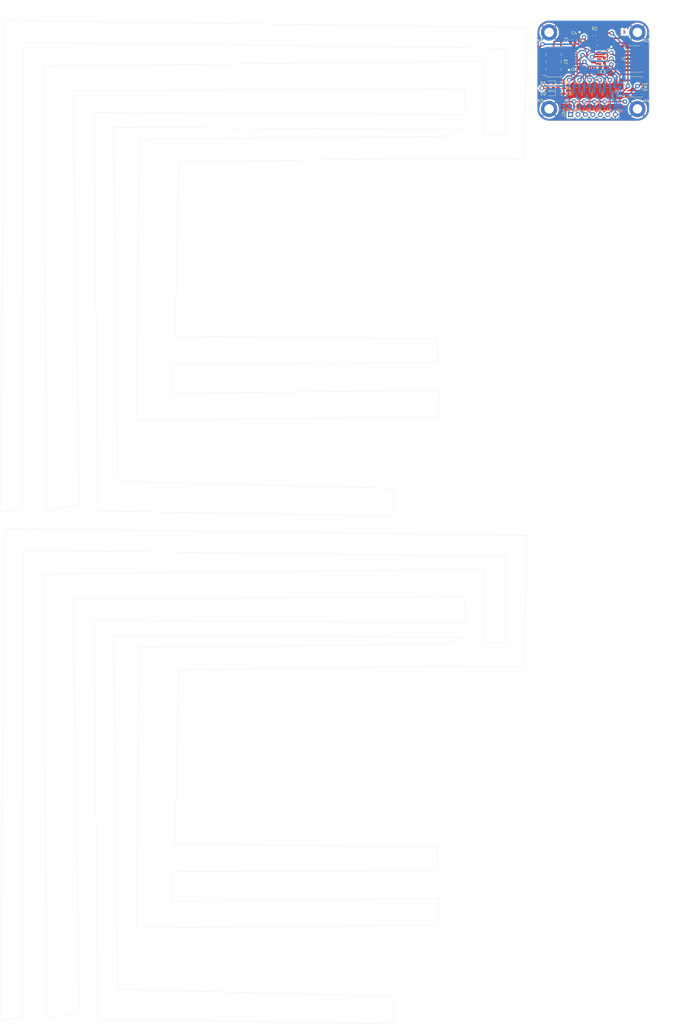
<source format=kicad_pcb>
(kicad_pcb (version 20221018) (generator pcbnew)
  (layers (0 "F.Cu" signal) (31 "B.Cu" signal) (34 "B.Paste" user) (35 "F.Paste" user) (36 "B.SilkS" user "B.Silkscreen") (37 "F.SilkS" user "F.Silkscreen") (38 "B.Mask" user) (39 "F.Mask" user) (44 "Edge.Cuts" user))
  (net 0 "")
  (net 1 "+5V-v2-")
  (net 2 "GND-v2-")
  (net 3 "+3.3V-v2-")
  (net 4 "Net-(D1-K)-v2-")
  (net 6 "Net-(D3-K)-v2-")
  (net 7 "Status_LED-v2-")
  (net 8 "Data_Clock_SNES-v2-")
  (net 9 "Data_Latch_SNES-v2-")
  (net 10 "Net-(D2-K)-v2-")
  (net 11 "Serial_Data1_SNES-v2-")
  (net 12 "Serial_Data2_SNES-v2-")
  (net 13 "SPI_Chip_Select-v2-")
  (net 14 "Chip_Enable-v2-")
  (net 15 "SPI_Digital_Input-v2-")
  (net 16 "SPI_Clock-v2-")
  (net 17 "SPI_Digital_Output-v2-")
  (net 18 "IOBit_SNES-v2-")
  (net 19 "Data_Clock_STM32-v2-")
  (net 20 "Data_Latch_STM32-v2-")
  (net 21 "Appairing_Btn-v2-")
  (net 22 "Net-(U2-BP)-v2-")
  (net 23 "SWDIO-v2-")
  (net 24 "SWDCK-v2-")
  (net 27 "NRST-v2-")
  (net 28 "USART2_RX-v2-")
  (net 29 "USART2_TX-v2-")
  (net 30 "Serial_Data1_STM32-v2-")
  (net 31 "IOBit_STM32-v2-")
  (net 32 "Serial_Data2_STM32-v2-")
  (footprint "Connector_PinSocket_2.54mm:PinSocket_2x04_P2.54mm_Vertical_SMD" (layer "F.Cu") (at 189.25 15.25 180)
    (fp_text reference "J3")
    (fp_text value "Conn_01x08_Socket")
  )
  (footprint "MountingHole:MountingHole_3.2mm_M3_DIN965_Pad" (layer "F.Cu") (at 217.75 31.25)
    (fp_text reference "H4")
    (fp_text value "MountingHole_Pad")
  )
  (footprint "Diode_SMD:D_0603_1608Metric_Pad1.05x0.95mm_HandSolder" (layer "F.Cu") (at 188.26875 24.25 180)
    (fp_text reference "D3")
    (fp_text value "LED")
  )
  (footprint "MountingHole:MountingHole_3.2mm_M3_DIN965_Pad" (layer "F.Cu") (at 187.75 31.25)
    (fp_text reference "H3")
    (fp_text value "MountingHole_Pad")
  )
  (footprint "Capacitor_SMD:C_0603_1608Metric_Pad1.08x0.95mm_HandSolder" (layer "F.Cu") (at 206.51 14.8025 90)
    (fp_text reference "C2")
    (fp_text value "100n")
  )
  (footprint "Resistor_SMD:R_0603_1608Metric_Pad0.98x0.95mm_HandSolder" (layer "F.Cu") (at 191.76875 26.05)
    (fp_text reference "R3")
    (fp_text value "1k")
  )
  (footprint "Capacitor_SMD:C_0603_1608Metric_Pad1.08x0.95mm_HandSolder" (layer "F.Cu") (at 196.55 7.75 90)
    (fp_text reference "C4")
    (fp_text value "100n")
  )
  (footprint "Resistor_SMD:R_0603_1608Metric_Pad0.98x0.95mm_HandSolder" (layer "F.Cu") (at 191.76875 22.45)
    (fp_text reference "R1")
    (fp_text value "1k")
  )
  (footprint "Connector_PinHeader_1.27mm:PinHeader_2x07_P1.27mm_Vertical_SMD" (layer "F.Cu") (at 216.75 14.25 180)
    (fp_text reference "J1")
    (fp_text value "Conn_02x07_Odd_Even")
  )
  (footprint "MountingHole:MountingHole_3.2mm_M3_DIN965_Pad" (layer "F.Cu") (at 187.75 5.25)
    (fp_text reference "H1")
    (fp_text value "MountingHole_Pad")
  )
  (footprint "Button_Switch_SMD:SW_SPST_B3S-1000" (layer "F.Cu") (at 216.25 23.75 180)
    (fp_text reference "SW1")
    (fp_text value "SW_SPST")
  )
  (footprint "Connector_PinHeader_2.54mm:PinHeader_1x07_P2.54mm_Vertical" (layer "F.Cu") (at 195 33.15 90)
    (fp_text reference "J2")
    (fp_text value "Conn_01x07_Socket")
  )
  (footprint "Package_QFP:LQFP-32_7x7mm_P0.8mm" (layer "F.Cu") (at 200.6 13.15 180)
    (fp_text reference "U1")
    (fp_text value "STM32L412KBTx")
  )
  (footprint "Resistor_SMD:R_0603_1608Metric_Pad0.98x0.95mm_HandSolder" (layer "F.Cu") (at 203.17 6.32 90)
    (fp_text reference "R2")
    (fp_text value "10k")
  )
  (footprint "MountingHole:MountingHole_3.2mm_M3_DIN965_Pad" (layer "F.Cu") (at 217.75 5.25)
    (fp_text reference "H2")
    (fp_text value "MountingHole_Pad")
  )
  (footprint "Capacitor_SMD:C_0603_1608Metric_Pad1.08x0.95mm_HandSolder" (layer "F.Cu") (at 195.05 7.75 90)
    (fp_text reference "C1")
    (fp_text value "10u")
  )
  (footprint "Diode_SMD:D_0603_1608Metric_Pad1.05x0.95mm_HandSolder" (layer "F.Cu") (at 188.26875 22.45 180)
    (fp_text reference "D1")
    (fp_text value "LED_Small")
  )
  (footprint "Capacitor_SMD:C_0603_1608Metric_Pad1.08x0.95mm_HandSolder" (layer "F.Cu") (at 206.51 11.5 90)
    (fp_text reference "C5")
    (fp_text value "100n")
  )
  (footprint "Capacitor_SMD:C_0603_1608Metric_Pad1.08x0.95mm_HandSolder" (layer "F.Cu") (at 206.0025 17.19)
    (fp_text reference "C3")
    (fp_text value "100n")
  )
  (footprint "Resistor_SMD:R_0603_1608Metric_Pad0.98x0.95mm_HandSolder" (layer "F.Cu") (at 191.76875 24.25)
    (fp_text reference "R4")
    (fp_text value "1k")
  )
  (footprint "Diode_SMD:D_0603_1608Metric_Pad1.05x0.95mm_HandSolder" (layer "F.Cu") (at 188.26875 26.05 180)
    (fp_text reference "D2")
    (fp_text value "LED_Small")
  )
  (footprint "Resistor_SMD:R_0603_1608Metric_Pad0.98x0.95mm_HandSolder" (layer "B.Cu") (at 193.7 23.45)
    (fp_text reference "R5")
    (fp_text value "10k")
  )
  (footprint "Resistor_SMD:R_0603_1608Metric_Pad0.98x0.95mm_HandSolder" (layer "B.Cu") (at 207.5 23.45)
    (fp_text reference "R9")
    (fp_text value "10k")
  )
  (footprint "Resistor_SMD:R_0603_1608Metric_Pad0.98x0.95mm_HandSolder" (layer "B.Cu") (at 207.5 30.35)
    (fp_text reference "R14")
    (fp_text value "10k")
  )
  (footprint "Resistor_SMD:R_0603_1608Metric_Pad0.98x0.95mm_HandSolder" (layer "B.Cu") (at 200.6 23.45)
    (fp_text reference "R7")
    (fp_text value "10k")
  )
  (footprint "Resistor_SMD:R_0603_1608Metric_Pad0.98x0.95mm_HandSolder" (layer "B.Cu") (at 197.15 23.45)
    (fp_text reference "R6")
    (fp_text value "10k")
  )
  (footprint "Capacitor_SMD:C_0603_1608Metric_Pad1.08x0.95mm_HandSolder" (layer "B.Cu") (at 210.9 23.7 180)
    (fp_text reference "C6")
    (fp_text value "470p")
  )
  (footprint "Package_SO:MSOP-8_3x3mm_P0.65mm" (layer "B.Cu") (at 211.0125 27.9 -90)
    (fp_text reference "U2")
    (fp_text value "MIC5219-3.3YMM")
  )
  (footprint "Package_TO_SOT_SMD:SOT-23" (layer "B.Cu") (at 197.15 26.15 -90)
    (fp_text reference "Q2")
    (fp_text value "2N7002")
  )
  (footprint "Resistor_SMD:R_0603_1608Metric_Pad0.98x0.95mm_HandSolder" (layer "B.Cu") (at 193.7 30.35)
    (fp_text reference "R10")
    (fp_text value "10k")
  )
  (footprint "Resistor_SMD:R_0603_1608Metric_Pad0.98x0.95mm_HandSolder" (layer "B.Cu") (at 197.15 30.35)
    (fp_text reference "R11")
    (fp_text value "10k")
  )
  (footprint "Package_TO_SOT_SMD:SOT-23" (layer "B.Cu") (at 193.7 26.15 -90)
    (fp_text reference "Q1")
    (fp_text value "2N7002")
  )
  (footprint "Package_TO_SOT_SMD:SOT-23" (layer "B.Cu") (at 204.05 26.15 -90)
    (fp_text reference "Q4")
    (fp_text value "2N7002")
  )
  (footprint "Package_TO_SOT_SMD:SOT-23" (layer "B.Cu") (at 200.6 26.15 -90)
    (fp_text reference "Q3")
    (fp_text value "2N7002")
  )
  (footprint "Resistor_SMD:R_0603_1608Metric_Pad0.98x0.95mm_HandSolder" (layer "B.Cu") (at 204.05 30.35)
    (fp_text reference "R13")
    (fp_text value "10k")
  )
  (footprint "Package_TO_SOT_SMD:SOT-23" (layer "B.Cu") (at 207.5 26.15 -90)
    (fp_text reference "Q5")
    (fp_text value "2N7002")
  )
  (footprint "Capacitor_SMD:C_0603_1608Metric_Pad1.08x0.95mm_HandSolder" (layer "B.Cu") (at 210.9 22.2 180)
    (fp_text reference "C7")
    (fp_text value "2.2u")
  )
  (footprint "Resistor_SMD:R_0603_1608Metric_Pad0.98x0.95mm_HandSolder" (layer "B.Cu") (at 204.05 23.45)
    (fp_text reference "R8")
    (fp_text value "10k")
  )
  (footprint "Resistor_SMD:R_0603_1608Metric_Pad0.98x0.95mm_HandSolder" (layer "B.Cu") (at 200.6 30.35)
    (fp_text reference "R12")
    (fp_text value "10k")
  )
  (gr_line (start 1.249937 168.12989) (end 8.639937 167.44989) (stroke (width 0.05)) (layer "Edge.Cuts"))
  (gr_line (start 16.029937 189.19989) (end 17.039937 340.28989) (stroke (width 0.05)) (layer "Edge.Cuts"))
  (gr_line (start 221.75 5.25) (end 221.75 31.25) (stroke (width 0.1)) (layer "Edge.Cuts"))
  (gr_line (start 134.889937 341.96989) (end 134.889937 332.56989) (stroke (width 0.05)) (layer "Edge.Cuts"))
  (gr_line (start 60.679937 280.85989) (end 62.029937 221.76989) (stroke (width 0.05)) (layer "Edge.Cuts"))
  (gr_line (start 153.019937 220.41989) (end 179.209937 220.75989) (stroke (width 0.05)) (layer "Edge.Cuts"))
  (gr_line (start 26.099937 197.58989) (end 159.059937 196.91989) (stroke (width 0.05)) (layer "Edge.Cuts"))
  (gr_line (start 149.999937 117.42989) (end 149.659937 109.36989) (stroke (width 0.05)) (layer "Edge.Cuts"))
  (gr_line (start 26.099937 25.08989) (end 159.059937 24.41989) (stroke (width 0.05)) (layer "Edge.Cuts"))
  (gr_arc (start 221.75 31.25) (mid 220.578427 34.078427) (end 217.75 35.25) (stroke (width 0.1)) (layer "Edge.Cuts"))
  (gr_line (start 149.999937 289.92989) (end 149.659937 281.86989) (stroke (width 0.05)) (layer "Edge.Cuts"))
  (gr_line (start 149.999937 308.38989) (end 150.329937 299.32989) (stroke (width 0.05)) (layer "Edge.Cuts"))
  (gr_line (start 34.489937 167.78989) (end 134.889937 169.46989) (stroke (width 0.05)) (layer "Edge.Cuts"))
  (gr_line (start 150.329937 299.32989) (end 59.679937 300.32989) (stroke (width 0.05)) (layer "Edge.Cuts"))
  (gr_line (start 149.659937 281.86989) (end 60.679937 280.85989) (stroke (width 0.05)) (layer "Edge.Cuts"))
  (gr_line (start 173.159937 212.35989) (end 165.439937 212.69989) (stroke (width 0.05)) (layer "Edge.Cuts"))
  (gr_line (start 34.489937 340.28989) (end 134.889937 341.96989) (stroke (width 0.05)) (layer "Edge.Cuts"))
  (gr_line (start 183.75 31.25) (end 183.75 5.25) (stroke (width 0.1)) (layer "Edge.Cuts"))
  (gr_line (start 33.149937 204.97989) (end 34.489937 340.28989) (stroke (width 0.05)) (layer "Edge.Cuts"))
  (gr_line (start 134.889937 332.56989) (end 41.209937 330.21989) (stroke (width 0.05)) (layer "Edge.Cuts"))
  (gr_line (start 59.679937 127.82989) (end 59.679937 117.75989) (stroke (width 0.05)) (layer "Edge.Cuts"))
  (gr_line (start 158.729937 210.68989) (end 152.349937 213.03989) (stroke (width 0.05)) (layer "Edge.Cuts"))
  (gr_line (start 152.349937 40.53989) (end 48.599937 41.53989) (stroke (width 0.05)) (layer "Edge.Cuts"))
  (gr_line (start 59.679937 290.25989) (end 149.999937 289.92989) (stroke (width 0.05)) (layer "Edge.Cuts"))
  (gr_line (start 179.209937 220.75989) (end 180.219937 176.09989) (stroke (width 0.05)) (layer "Edge.Cuts"))
  (gr_line (start 8.639937 167.44989) (end 9.309937 8.63989) (stroke (width 0.05)) (layer "Edge.Cuts"))
  (gr_line (start 48.599937 214.03989) (end 47.589937 309.39989) (stroke (width 0.05)) (layer "Edge.Cuts"))
  (gr_line (start 165.439937 187.51989) (end 16.029937 189.19989) (stroke (width 0.05)) (layer "Edge.Cuts"))
  (gr_line (start 2.929937 173.74989) (end 1.249937 340.62989) (stroke (width 0.05)) (layer "Edge.Cuts"))
  (gr_line (start 150.329937 126.82989) (end 59.679937 127.82989) (stroke (width 0.05)) (layer "Edge.Cuts"))
  (gr_line (start 39.869937 210.00989) (end 158.729937 210.68989) (stroke (width 0.05)) (layer "Edge.Cuts"))
  (gr_line (start 39.869937 37.50989) (end 158.729937 38.18989) (stroke (width 0.05)) (layer "Edge.Cuts"))
  (gr_line (start 41.209937 157.71989) (end 39.869937 37.50989) (stroke (width 0.05)) (layer "Edge.Cuts"))
  (gr_line (start 180.219937 3.59989) (end 2.929937 1.24989) (stroke (width 0.05)) (layer "Edge.Cuts"))
  (gr_line (start 153.019937 47.91989) (end 179.209937 48.25989) (stroke (width 0.05)) (layer "Edge.Cuts"))
  (gr_line (start 59.679937 300.32989) (end 59.679937 290.25989) (stroke (width 0.05)) (layer "Edge.Cuts"))
  (gr_line (start 8.639937 339.94989) (end 9.309937 181.13989) (stroke (width 0.05)) (layer "Edge.Cuts"))
  (gr_line (start 9.309937 8.63989) (end 173.159937 10.64989) (stroke (width 0.05)) (layer "Edge.Cuts"))
  (gr_line (start 187.75 1.25) (end 217.75 1.25) (stroke (width 0.1)) (layer "Edge.Cuts"))
  (gr_line (start 60.679937 108.35989) (end 62.029937 49.26989) (stroke (width 0.05)) (layer "Edge.Cuts"))
  (gr_line (start 159.059937 196.91989) (end 159.399937 205.64989) (stroke (width 0.05)) (layer "Edge.Cuts"))
  (gr_line (start 134.889937 169.46989) (end 134.889937 160.06989) (stroke (width 0.05)) (layer "Edge.Cuts"))
  (gr_line (start 16.029937 16.69989) (end 17.039937 167.78989) (stroke (width 0.05)) (layer "Edge.Cuts"))
  (gr_line (start 173.159937 39.85989) (end 165.439937 40.19989) (stroke (width 0.05)) (layer "Edge.Cuts"))
  (gr_line (start 158.729937 38.18989) (end 152.349937 40.53989) (stroke (width 0.05)) (layer "Edge.Cuts"))
  (gr_line (start 28.119937 165.43989) (end 26.099937 25.08989) (stroke (width 0.05)) (layer "Edge.Cuts"))
  (gr_line (start 134.889937 160.06989) (end 41.209937 157.71989) (stroke (width 0.05)) (layer "Edge.Cuts"))
  (gr_line (start 149.659937 109.36989) (end 60.679937 108.35989) (stroke (width 0.05)) (layer "Edge.Cuts"))
  (gr_line (start 2.929937 1.24989) (end 1.249937 168.12989) (stroke (width 0.05)) (layer "Edge.Cuts"))
  (gr_line (start 165.439937 212.69989) (end 165.439937 187.51989) (stroke (width 0.05)) (layer "Edge.Cuts"))
  (gr_arc (start 183.75 5.25) (mid 184.921573 2.421573) (end 187.75 1.25) (stroke (width 0.1)) (layer "Edge.Cuts"))
  (gr_line (start 62.029937 49.26989) (end 153.019937 47.91989) (stroke (width 0.05)) (layer "Edge.Cuts"))
  (gr_arc (start 187.75 35.25) (mid 184.921573 34.078427) (end 183.75 31.25) (stroke (width 0.1)) (layer "Edge.Cuts"))
  (gr_arc (start 217.75 1.25) (mid 220.578427 2.421573) (end 221.75 5.25) (stroke (width 0.1)) (layer "Edge.Cuts"))
  (gr_line (start 28.119937 337.93989) (end 26.099937 197.58989) (stroke (width 0.05)) (layer "Edge.Cuts"))
  (gr_line (start 173.159937 183.14989) (end 173.159937 212.35989) (stroke (width 0.05)) (layer "Edge.Cuts"))
  (gr_line (start 62.029937 221.76989) (end 153.019937 220.41989) (stroke (width 0.05)) (layer "Edge.Cuts"))
  (gr_line (start 173.159937 10.64989) (end 173.159937 39.85989) (stroke (width 0.05)) (layer "Edge.Cuts"))
  (gr_line (start 159.059937 24.41989) (end 159.399937 33.14989) (stroke (width 0.05)) (layer "Edge.Cuts"))
  (gr_line (start 33.149937 32.47989) (end 34.489937 167.78989) (stroke (width 0.05)) (layer "Edge.Cuts"))
  (gr_line (start 165.439937 40.19989) (end 165.439937 15.01989) (stroke (width 0.05)) (layer "Edge.Cuts"))
  (gr_line (start 59.679937 117.75989) (end 149.999937 117.42989) (stroke (width 0.05)) (layer "Edge.Cuts"))
  (gr_line (start 152.349937 213.03989) (end 48.599937 214.03989) (stroke (width 0.05)) (layer "Edge.Cuts"))
  (gr_line (start 48.599937 41.53989) (end 47.589937 136.89989) (stroke (width 0.05)) (layer "Edge.Cuts"))
  (gr_line (start 1.249937 340.62989) (end 8.639937 339.94989) (stroke (width 0.05)) (layer "Edge.Cuts"))
  (gr_line (start 159.399937 33.14989) (end 33.149937 32.47989) (stroke (width 0.05)) (layer "Edge.Cuts"))
  (gr_line (start 17.039937 167.78989) (end 28.119937 165.43989) (stroke (width 0.05)) (layer "Edge.Cuts"))
  (gr_line (start 217.75 35.25) (end 187.75 35.25) (stroke (width 0.1)) (layer "Edge.Cuts"))
  (gr_line (start 159.399937 205.64989) (end 33.149937 204.97989) (stroke (width 0.05)) (layer "Edge.Cuts"))
  (gr_line (start 47.589937 136.89989) (end 149.999937 135.88989) (stroke (width 0.05)) (layer "Edge.Cuts"))
  (gr_line (start 17.039937 340.28989) (end 28.119937 337.93989) (stroke (width 0.05)) (layer "Edge.Cuts"))
  (gr_line (start 179.209937 48.25989) (end 180.219937 3.59989) (stroke (width 0.05)) (layer "Edge.Cuts"))
  (gr_line (start 180.219937 176.09989) (end 2.929937 173.74989) (stroke (width 0.05)) (layer "Edge.Cuts"))
  (gr_line (start 165.439937 15.01989) (end 16.029937 16.69989) (stroke (width 0.05)) (layer "Edge.Cuts"))
  (gr_line (start 9.309937 181.13989) (end 173.159937 183.14989) (stroke (width 0.05)) (layer "Edge.Cuts"))
  (gr_line (start 41.209937 330.21989) (end 39.869937 210.00989) (stroke (width 0.05)) (layer "Edge.Cuts"))
  (gr_line (start 47.589937 309.39989) (end 149.999937 308.38989) (stroke (width 0.05)) (layer "Edge.Cuts"))
  (gr_line (start 149.999937 135.88989) (end 150.329937 126.82989) (stroke (width 0.05)) (layer "Edge.Cuts"))
  (gr_text "SNES Plug" (at 205.75 3.75) (layer "F.Cu") (effects (font (size 1 1)) (justify left bottom)))
  (gr_text "T" (at 212.75 5.75) (layer "F.Cu") (effects (font (size 1 1)) (justify left bottom)))
  (gr_text "B" (at 212.75 5.75) (layer "B.Cu") (effects (font (size 1 1)) (justify left bottom)))
  (segment (start 187.39375 26.05) (end 187.39375 26.084561) (width 0.5) (layer "F.Cu") (net 1))
  (segment (start 190.25 27.5) (end 191.5 28.75) (width 0.5) (layer "F.Cu") (net 1))
  (segment (start 188.809189 27.5) (end 190.25 27.5) (width 0.5) (layer "F.Cu") (net 1))
  (segment (start 191.5 28.75) (end 196.2375 28.75) (width 0.5) (layer "F.Cu") (net 1))
  (segment (start 203.1375 28.75) (end 206.5875 28.75) (width 0.5) (layer "F.Cu") (net 1))
  (segment (start 196.2375 31.9125) (end 195 33.15) (width 0.5) (layer "F.Cu") (net 1))
  (segment (start 196.2375 28.75) (end 196.2375 31.9125) (width 0.5) (layer "F.Cu") (net 1))
  (segment (start 187.39375 26.084561) (end 188.809189 27.5) (width 0.5) (layer "F.Cu") (net 1))
  (segment (start 203.1375 28.75) (end 199.6875 28.75) (width 0.5) (layer "F.Cu") (net 1))
  (segment (start 196.2375 28.75) (end 199.6875 28.75) (width 0.3) (layer "F.Cu") (net 1))
  (segment (start 206.5875 28.75) (end 213.5 28.75) (width 0.5) (layer "F.Cu") (net 1))
  (via (at 196.2375 28.75) (size 1.6) (drill 0.8) (layers "F.Cu" "B.Cu") (net 1))
  (via (at 199.6875 28.75) (size 1.6) (drill 0.8) (layers "F.Cu" "B.Cu") (net 1))
  (via (at 213.5 28.75) (size 1.6) (drill 0.8) (layers "F.Cu" "B.Cu") (net 1))
  (via (at 206.5875 28.75) (size 1.6) (drill 0.8) (layers "F.Cu" "B.Cu") (net 1))
  (via (at 203.1375 28.75) (size 1.6) (drill 0.8) (layers "F.Cu" "B.Cu") (net 1))
  (segment (start 213.4 28.65) (end 212.106739 28.65) (width 0.5) (layer "B.Cu") (net 1))
  (segment (start 212.106739 28.65) (end 210.6875 27.230761) (width 0.5) (layer "B.Cu") (net 1))
  (segment (start 210.6875 25.7875) (end 210.6875 27.230761) (width 0.3) (layer "B.Cu") (net 1))
  (segment (start 195 33.15) (end 195 32.5625) (width 0.5) (layer "B.Cu") (net 1))
  (segment (start 206.5875 28.75) (end 206.5875 30.35) (width 0.5) (layer "B.Cu") (net 1))
  (segment (start 199.6875 28.75) (end 199.6875 30.35) (width 0.5) (layer "B.Cu") (net 1))
  (segment (start 203.1375 28.75) (end 203.1375 30.35) (width 0.5) (layer "B.Cu") (net 1))
  (segment (start 195 32.5625) (end 192.7875 30.35) (width 0.5) (layer "B.Cu") (net 1))
  (segment (start 196.2375 30.35) (end 196.2375 28.75) (width 0.5) (layer "B.Cu") (net 1))
  (segment (start 213.5 28.75) (end 213.4 28.65) (width 0.5) (layer "B.Cu") (net 1))
  (segment (start 204.29 18.215) (end 205.84 18.215) (width 0.5) (layer "F.Cu") (net 2))
  (segment (start 194.5 18) (end 193.44 19.06) (width 0.5) (layer "F.Cu") (net 2))
  (segment (start 193.44 19.06) (end 191.77 19.06) (width 0.5) (layer "F.Cu") (net 2))
  (segment (start 197.8 5.45) (end 197.8 8.975) (width 0.5) (layer "F.Cu") (net 2))
  (segment (start 206.51 15.665) (end 206.51 15.591193) (width 0.5) (layer "F.Cu") (net 2))
  (segment (start 203.4 17.325) (end 204.29 18.215) (width 0.5) (layer "F.Cu") (net 2))
  (segment (start 196.55 6.7) (end 198.1 5.15) (width 0.5) (layer "F.Cu") (net 2))
  (segment (start 207.535 11.6625) (end 206.51 10.6375) (width 0.5) (layer "F.Cu") (net 2))
  (segment (start 208.899189 10.15) (end 208.411689 10.6375) (width 0.5) (layer "F.Cu") (net 2))
  (segment (start 206.51 15.591193) (end 207.535 14.566193) (width 0.5) (layer "F.Cu") (net 2))
  (segment (start 206.865 17.19) (end 206.865 16.02) (width 0.5) (layer "F.Cu") (net 2))
  (segment (start 205.84 18.215) (end 206.865 17.19) (width 0.5) (layer "F.Cu") (net 2))
  (segment (start 198.1 5.15) (end 197.8 5.45) (width 0.5) (layer "F.Cu") (net 2))
  (segment (start 195.05 6.8875) (end 196.55 6.8875) (width 0.5) (layer "F.Cu") (net 2))
  (segment (start 196.55 6.8875) (end 196.55 6.7) (width 0.5) (layer "F.Cu") (net 2))
  (segment (start 207.535 14.566193) (end 207.535 11.6625) (width 0.5) (layer "F.Cu") (net 2))
  (segment (start 206.865 16.02) (end 206.51 15.665) (width 0.5) (layer "F.Cu") (net 2))
  (segment (start 208.411689 10.6375) (end 206.51 10.6375) (width 0.5) (layer "F.Cu") (net 2))
  (via (at 198.1 5.15) (size 1.6) (drill 0.8) (layers "F.Cu" "B.Cu") (net 2))
  (via (at 194.5 18) (size 1.6) (drill 0.8) (layers "F.Cu" "B.Cu") (net 2))
  (via (at 210.0375 20.15) (size 1.6) (drill 0.8) (layers "F.Cu" "B.Cu") (net 2))
  (via (at 208.899189 10.15) (size 1.6) (drill 0.8) (layers "F.Cu" "B.Cu") (net 2))
  (segment (start 206.15 10.15) (end 201.15 5.15) (width 0.5) (layer "B.Cu") (net 2))
  (segment (start 208.899189 10.15) (end 206.15 10.15) (width 0.5) (layer "B.Cu") (net 2))
  (segment (start 201.15 5.15) (end 198.1 5.15) (width 0.5) (layer "B.Cu") (net 2))
  (segment (start 210.0375 22.2) (end 210.0375 20.15) (width 0.5) (layer "B.Cu") (net 2))
  (segment (start 210.0375 22.2) (end 210.0375 23.7) (width 0.5) (layer "B.Cu") (net 2))
  (segment (start 210.0375 20.1875) (end 210 20.15) (width 0.5) (layer "B.Cu") (net 2))
  (segment (start 220.225 21.5) (end 220.75 20.975) (width 0.5) (layer "F.Cu") (net 3))
  (segment (start 217.75 23.5) (end 218.225 23.5) (width 0.5) (layer "F.Cu") (net 3))
  (segment (start 185.25 20.54) (end 186.73 19.06) (width 0.5) (layer "F.Cu") (net 3))
  (segment (start 206.51 12.3625) (end 206.1225 12.75) (width 0.5) (layer "F.Cu") (net 3))
  (segment (start 205.14 17.19) (end 205.14 16.315) (width 0.5) (layer "F.Cu") (net 3))
  (segment (start 218.7 16.79) (end 220.4 16.79) (width 0.5) (layer "F.Cu") (net 3))
  (segment (start 204.775 12.75) (end 203.75 12.75) (width 0.5) (layer "F.Cu") (net 3))
  (segment (start 200.6 13.809189) (end 200.6 11.4) (width 0.5) (layer "F.Cu") (net 3))
  (segment (start 196.425 8.7375) (end 196.55 8.6125) (width 0.5) (layer "F.Cu") (net 3))
  (segment (start 220.4 16.79) (end 220.75 17.14) (width 0.5) (layer "F.Cu") (net 3))
  (segment (start 196.425 10.35) (end 196.425 8.7375) (width 0.5) (layer "F.Cu") (net 3))
  (segment (start 220.75 20.975) (end 220.75 17.14) (width 0.5) (layer "F.Cu") (net 3))
  (segment (start 187.39375 24.25) (end 185.25 24.25) (width 0.5) (layer "F.Cu") (net 3))
  (segment (start 202.290811 15.5) (end 200.6 13.809189) (width 0.5) (layer "F.Cu") (net 3))
  (segment (start 206.1225 12.75) (end 204.775 12.75) (width 0.5) (layer "F.Cu") (net 3))
  (segment (start 185.25 24.25) (end 185.25 20.54) (width 0.5) (layer "F.Cu") (net 3))
  (segment (start 203.75 12.75) (end 202.4 11.4) (width 0.5) (layer "F.Cu") (net 3))
  (segment (start 203.420406 15.5) (end 202.290811 15.5) (width 0.5) (layer "F.Cu") (net 3))
  (segment (start 202.4 11.4) (end 200.6 11.4) (width 0.5) (layer "F.Cu") (net 3))
  (segment (start 218.225 23.5) (end 220.225 21.5) (width 0.5) (layer "F.Cu") (net 3))
  (segment (start 204.775 15.95) (end 203.870406 15.95) (width 0.5) (layer "F.Cu") (net 3))
  (segment (start 203.870406 15.95) (end 203.420406 15.5) (width 0.5) (layer "F.Cu") (net 3))
  (segment (start 212.275 21.5) (end 220.225 21.5) (width 0.5) (layer "F.Cu") (net 3))
  (segment (start 200.6 11.4) (end 199.55 10.35) (width 0.5) (layer "F.Cu") (net 3))
  (segment (start 195.05 8.975) (end 196.425 10.35) (width 0.5) (layer "F.Cu") (net 3))
  (segment (start 199.55 10.35) (end 196.425 10.35) (width 0.5) (layer "F.Cu") (net 3))
  (segment (start 195.05 8.6125) (end 195.05 8.975) (width 0.5) (layer "F.Cu") (net 3))
  (segment (start 205.14 16.315) (end 204.775 15.95) (width 0.5) (layer "F.Cu") (net 3))
  (via (at 200.6 11.4) (size 1.6) (drill 0.8) (layers "F.Cu" "B.Cu") (net 3))
  (via (at 217.75 23.5) (size 1.6) (drill 0.8) (layers "F.Cu" "B.Cu") (net 3))
  (via (at 185.25 24.25) (size 1.6) (drill 0.8) (layers "F.Cu" "B.Cu") (net 3))
  (segment (start 200.6 11.4) (end 198.35 11.4) (width 0.5) (layer "B.Cu") (net 3))
  (segment (start 212.356739 27.15) (end 211.759683 27.15) (width 0.5) (layer "B.Cu") (net 3))
  (segment (start 199.6875 21.115811) (end 198.621689 20.05) (width 0.5) (layer "B.Cu") (net 3))
  (segment (start 206.5875 21.115811) (end 205.521689 20.05) (width 0.5) (layer "B.Cu") (net 3))
  (segment (start 199.65 23.4875) (end 199.6875 23.45) (width 0.5) (layer "B.Cu") (net 3))
  (segment (start 196.2 23.4875) (end 196.2375 23.45) (width 0.5) (layer "B.Cu") (net 3))
  (segment (start 198.35 11.4) (end 197.303311 12.446689) (width 0.5) (layer "B.Cu") (net 3))
  (segment (start 211.7625 22.2) (end 211.7625 19.965811) (width 0.5) (layer "B.Cu") (net 3))
  (segment (start 185.25 24.25) (end 186.05 23.45) (width 0.5) (layer "B.Cu") (net 3))
  (segment (start 211.7625 19.965811) (end 210.596689 18.8) (width 0.5) (layer "B.Cu") (net 3))
  (segment (start 194.053311 20.05) (end 195.171689 20.05) (width 0.5) (layer "B.Cu") (net 3))
  (segment (start 205.521689 20.05) (end 204.203311 20.05) (width 0.5) (layer "B.Cu") (net 3))
  (segment (start 206.5875 23.45) (end 206.5875 21.115811) (width 0.5) (layer "B.Cu") (net 3))
  (segment (start 196.2 25.2125) (end 196.2 23.4875) (width 0.5) (layer "B.Cu") (net 3))
  (segment (start 210.596689 18.8) (end 208.903311 18.8) (width 0.5) (layer "B.Cu") (net 3))
  (segment (start 199.6875 23.45) (end 199.6875 21.115811) (width 0.5) (layer "B.Cu") (net 3))
  (segment (start 203.1 25.2125) (end 203.1 23.4875) (width 0.5) (layer "B.Cu") (net 3))
  (segment (start 213 26.506739) (end 212.356739 27.15) (width 0.5) (layer "B.Cu") (net 3))
  (segment (start 211.3375 26.727817) (end 211.759683 27.15) (width 0.3) (layer "B.Cu") (net 3))
  (segment (start 208.903311 18.8) (end 206.5875 21.115811) (width 0.5) (layer "B.Cu") (net 3))
  (segment (start 204.203311 20.05) (end 203.1375 21.115811) (width 0.5) (layer "B.Cu") (net 3))
  (segment (start 203.1 23.4875) (end 203.1375 23.45) (width 0.5) (layer "B.Cu") (net 3))
  (segment (start 199.6875 21.115811) (end 200.753311 20.05) (width 0.5) (layer "B.Cu") (net 3))
  (segment (start 192.7875 23.45) (end 192.7875 21.315811) (width 0.5) (layer "B.Cu") (net 3))
  (segment (start 197.303311 20.05) (end 196.2375 21.115811) (width 0.5) (layer "B.Cu") (net 3))
  (segment (start 212.45 22.2) (end 211.7625 22.2) (width 0.5) (layer "B.Cu") (net 3))
  (segment (start 203.1375 21.115811) (end 203.1375 23.45) (width 0.5) (layer "B.Cu") (net 3))
  (segment (start 213 22.75) (end 212.45 22.2) (width 0.5) (layer "B.Cu") (net 3))
  (segment (start 196.2375 21.115811) (end 196.2375 23.45) (width 0.5) (layer "B.Cu") (net 3))
  (segment (start 206.55 25.2125) (end 206.55 23.4875) (width 0.5) (layer "B.Cu") (net 3))
  (segment (start 192.75 25.2125) (end 192.75 23.4875) (width 0.5) (layer "B.Cu") (net 3))
  (segment (start 211.3375 25.7875) (end 211.3375 26.727817) (width 0.3) (layer "B.Cu") (net 3))
  (segment (start 199.65 25.2125) (end 199.65 23.4875) (width 0.5) (layer "B.Cu") (net 3))
  (segment (start 195.171689 20.05) (end 196.2375 21.115811) (width 0.5) (layer "B.Cu") (net 3))
  (segment (start 192.75 23.4875) (end 192.7875 23.45) (width 0.5) (layer "B.Cu") (net 3))
  (segment (start 206.55 23.4875) (end 206.5875 23.45) (width 0.5) (layer "B.Cu") (net 3))
  (segment (start 200.753311 20.05) (end 202.071689 20.05) (width 0.5) (layer "B.Cu") (net 3))
  (segment (start 202.071689 20.05) (end 203.1375 21.115811) (width 0.5) (layer "B.Cu") (net 3))
  (segment (start 186.05 23.45) (end 192.7875 23.45) (width 0.5) (layer "B.Cu") (net 3))
  (segment (start 214.743261 26.506739) (end 213 26.506739) (width 0.5) (layer "B.Cu") (net 3))
  (segment (start 213 26.506739) (end 213 22.75) (width 0.5) (layer "B.Cu") (net 3))
  (segment (start 214.743261 26.506739) (end 217.75 23.5) (width 0.5) (layer "B.Cu") (net 3))
  (segment (start 192.7875 21.315811) (end 194.053311 20.05) (width 0.5) (layer "B.Cu") (net 3))
  (segment (start 197.303311 12.446689) (end 197.303311 20.05) (width 0.5) (layer "B.Cu") (net 3))
  (segment (start 198.621689 20.05) (end 197.303311 20.05) (width 0.5) (layer "B.Cu") (net 3))
  (segment (start 190.85625 22.45) (end 189.14375 22.45) (width 0.5) (layer "F.Cu") (net 4))
  (segment (start 190.85625 24.25) (end 189.14375 24.25) (width 0.5) (layer "F.Cu") (net 6))
  (segment (start 188.41875 21.425) (end 192.575 21.425) (width 0.5) (layer "F.Cu") (net 7))
  (segment (start 187.39375 22.45) (end 188.41875 21.425) (width 0.5) (layer "F.Cu") (net 7))
  (segment (start 195.125 20) (end 197.8 17.325) (width 0.5) (layer "F.Cu") (net 7))
  (segment (start 192.575 21.425) (end 194 20) (width 0.5) (layer "F.Cu") (net 7))
  (segment (start 194 20) (end 195.125 20) (width 0.5) (layer "F.Cu") (net 7))
  (segment (start 196.0125 31.75) (end 194.6125 30.35) (width 0.5) (layer "B.Cu") (net 8))
  (segment (start 197.54 33.15) (end 197.54 32.54) (width 0.5) (layer "B.Cu") (net 8))
  (segment (start 194.6125 30.35) (end 194.6125 28) (width 0.5) (layer "B.Cu") (net 8))
  (segment (start 196.75 31.75) (end 196.0125 31.75) (width 0.5) (layer "B.Cu") (net 8))
  (segment (start 194.6125 28) (end 193.7 27.0875) (width 0.5) (layer "B.Cu") (net 8))
  (segment (start 197.54 32.54) (end 196.75 31.75) (width 0.5) (layer "B.Cu") (net 8))
  (segment (start 198.0625 28) (end 197.15 27.0875) (width 0.5) (layer "B.Cu") (net 9))
  (segment (start 198.0625 31.2125) (end 200 33.15) (width 0.5) (layer "B.Cu") (net 9))
  (segment (start 198.0625 30.35) (end 198.0625 31.2125) (width 0.5) (layer "B.Cu") (net 9))
  (segment (start 198.0625 30.35) (end 198.0625 28) (width 0.5) (layer "B.Cu") (net 9))
  (segment (start 189.14375 26.05) (end 190.85625 26.05) (width 0.5) (layer "F.Cu") (net 10))
  (segment (start 201.5125 30.35) (end 201.5125 32.1625) (width 0.5) (layer "B.Cu") (net 11))
  (segment (start 201.5125 28) (end 200.6 27.0875) (width 0.5) (layer "B.Cu") (net 11))
  (segment (start 201.5125 30.35) (end 201.5125 28) (width 0.5) (layer "B.Cu") (net 11))
  (segment (start 201.5125 32.1625) (end 202.5 33.15) (width 0.5) (layer "B.Cu") (net 11))
  (segment (start 204.9625 28) (end 204.05 27.0875) (width 0.5) (layer "B.Cu") (net 12))
  (segment (start 204.9625 30.35) (end 204.9625 28) (width 0.5) (layer "B.Cu") (net 12))
  (segment (start 204.9625 33.1125) (end 205 33.15) (width 0.5) (layer "B.Cu") (net 12))
  (segment (start 204.9625 30.35) (end 204.9625 33.1125) (width 0.5) (layer "B.Cu") (net 12))
  (segment (start 194.85 11.15) (end 194 12) (width 0.5) (layer "F.Cu") (net 13))
  (segment (start 194 14.75) (end 193.5 15.25) (width 0.5) (layer "F.Cu") (net 13))
  (segment (start 188 15.25) (end 186.73 16.52) (width 0.5) (layer "F.Cu") (net 13))
  (segment (start 196.425 11.15) (end 194.85 11.15) (width 0.5) (layer "F.Cu") (net 13))
  (segment (start 194 12) (end 194 14.75) (width 0.5) (layer "F.Cu") (net 13))
  (segment (start 193.5 15.25) (end 188 15.25) (width 0.5) (layer "F.Cu") (net 13))
  (segment (start 191.77 16.52) (end 194.23 16.52) (width 0.5) (layer "F.Cu") (net 14))
  (segment (start 195.125 12.345406) (end 195.520406 11.95) (width 0.5) (layer "F.Cu") (net 14))
  (segment (start 194.23 16.52) (end 195.125 15.625) (width 0.5) (layer "F.Cu") (net 14))
  (segment (start 195.520406 11.95) (end 196.425 11.95) (width 0.5) (layer "F.Cu") (net 14))
  (segment (start 195.125 15.625) (end 195.125 12.345406) (width 0.5) (layer "F.Cu") (net 14))
  (segment (start 201 6) (end 201 8.975) (width 0.5) (layer "F.Cu") (net 15))
  (segment (start 191.77 8.516307) (end 196.486307 3.8) (width 0.5) (layer "F.Cu") (net 15))
  (segment (start 198.8 3.8) (end 201 6) (width 0.5) (layer "F.Cu") (net 15))
  (segment (start 196.486307 3.8) (end 198.8 3.8) (width 0.5) (layer "F.Cu") (net 15))
  (segment (start 191.77 11.44) (end 191.77 8.516307) (width 0.5) (layer "F.Cu") (net 15))
  (segment (start 189.25 12.46) (end 189.25 9) (width 0.5) (layer "F.Cu") (net 16))
  (segment (start 190.77 13.98) (end 189.25 12.46) (width 0.5) (layer "F.Cu") (net 16))
  (segment (start 191.77 13.98) (end 190.77 13.98) (width 0.5) (layer "F.Cu") (net 16))
  (segment (start 195.75 2.5) (end 199.75 2.5) (width 0.5) (layer "F.Cu") (net 16))
  (segment (start 189.25 9) (end 195.75 2.5) (width 0.5) (layer "F.Cu") (net 16))
  (segment (start 199.75 2.5) (end 201.8 4.55) (width 0.5) (layer "F.Cu") (net 16))
  (segment (start 201.8 4.55) (end 201.8 8.975) (width 0.5) (layer "F.Cu") (net 16))
  (segment (start 185.73 13.98) (end 184.68 12.93) (width 0.5) (layer "F.Cu") (net 17))
  (segment (start 184.68 12.93) (end 184.68 10.07) (width 0.5) (layer "F.Cu") (net 17))
  (segment (start 199.6 6.9) (end 199.6 7.470406) (width 0.5) (layer "F.Cu") (net 17))
  (segment (start 186.73 13.98) (end 185.73 13.98) (width 0.5) (layer "F.Cu") (net 17))
  (segment (start 199.6 7.470406) (end 200.2 8.070406) (width 0.5) (layer "F.Cu") (net 17))
  (segment (start 184.68 10.07) (end 185.5 9.25) (width 0.5) (layer "F.Cu") (net 17))
  (segment (start 200.2 8.070406) (end 200.2 8.975) (width 0.5) (layer "F.Cu") (net 17))
  (via (at 185.5 9.25) (size 1.6) (drill 0.8) (layers "F.Cu" "B.Cu") (net 17))
  (via (at 199.6 6.9) (size 1.6) (drill 0.8) (layers "F.Cu" "B.Cu") (net 17))
  (segment (start 185.5 9.25) (end 197.25 9.25) (width 0.5) (layer "B.Cu") (net 17))
  (segment (start 197.25 9.25) (end 199.6 6.9) (width 0.5) (layer "B.Cu") (net 17))
  (segment (start 208.4125 28) (end 207.5 27.0875) (width 0.5) (layer "B.Cu") (net 18))
  (segment (start 208.4125 32.2375) (end 207.5 33.15) (width 0.5) (layer "B.Cu") (net 18))
  (segment (start 208.4125 30.35) (end 208.4125 28) (width 0.5) (layer "B.Cu") (net 18))
  (segment (start 208.4125 30.35) (end 208.4125 32.2375) (width 0.5) (layer "B.Cu") (net 18))
  (segment (start 194.6125 21.4) (end 195.429594 21.4) (width 0.5) (layer "F.Cu") (net 19))
  (segment (start 198.6 18.229594) (end 198.6 17.325) (width 0.5) (layer "F.Cu") (net 19))
  (segment (start 195.429594 21.4) (end 198.6 18.229594) (width 0.5) (layer "F.Cu") (net 19))
  (via (at 194.6125 21.4) (size 1.6) (drill 0.8) (layers "F.Cu" "B.Cu") (net 19))
  (segment (start 194.6125 23.45) (end 194.6125 21.4) (width 0.5) (layer "B.Cu") (net 19))
  (segment (start 194.65 25.2125) (end 194.65 23.4875) (width 0.5) (layer "B.Cu") (net 19))
  (segment (start 194.65 23.4875) (end 194.6125 23.45) (width 0.5) (layer "B.Cu") (net 19))
  (segment (start 198.0625 21.4) (end 199.4 20.0625) (width 0.5) (layer "F.Cu") (net 20))
  (segment (start 199.4 20.0625) (end 199.4 17.325) (width 0.5) (layer "F.Cu") (net 20))
  (via (at 198.0625 21.4) (size 1.6) (drill 0.8) (layers "F.Cu" "B.Cu") (net 20))
  (segment (start 198.1 25.2125) (end 198.1 23.4875) (width 0.5) (layer "B.Cu") (net 20))
  (segment (start 198.1 23.4875) (end 198.0625 23.45) (width 0.5) (layer "B.Cu") (net 20))
  (segment (start 198.0625 23.45) (end 198.0625 21.4) (width 0.5) (layer "B.Cu") (net 20))
  (segment (start 212.275 25.975) (end 212.275 26) (width 0.5) (layer "F.Cu") (net 21))
  (segment (start 202.6 7.8025) (end 203.17 7.2325) (width 0.5) (layer "F.Cu") (net 21))
  (segment (start 214.5 23.5) (end 214.5 23.75) (width 0.5) (layer "F.Cu") (net 21))
  (segment (start 202.6 8.975) (end 202.6 7.8025) (width 0.5) (layer "F.Cu") (net 21))
  (segment (start 209 5.5) (end 204.9025 5.5) (width 0.5) (layer "F.Cu") (net 21))
  (segment (start 214.5 23.75) (end 212.275 25.975) (width 0.5) (layer "F.Cu") (net 21))
  (segment (start 204.9025 5.5) (end 203.17 7.2325) (width 0.5) (layer "F.Cu") (net 21))
  (segment (start 220.225 26) (end 212.275 26) (width 0.5) (layer "F.Cu") (net 21))
  (via (at 209 5.5) (size 1.6) (drill 0.8) (layers "F.Cu" "B.Cu") (net 21))
  (via (at 214.5 23.5) (size 1.6) (drill 0.8) (layers "F.Cu" "B.Cu") (net 21))
  (segment (start 214.5 11) (end 209 5.5) (width 0.5) (layer "B.Cu") (net 21))
  (segment (start 214.5 23.5) (end 214.5 11) (width 0.5) (layer "B.Cu") (net 21))
  (segment (start 211.9875 25.7875) (end 211.9875 23.925) (width 0.3) (layer "B.Cu") (net 22))
  (segment (start 211.9875 23.925) (end 211.7625 23.7) (width 0.3) (layer "B.Cu") (net 22))
  (segment (start 212.809189 18.06) (end 208.899189 14.15) (width 0.5) (layer "F.Cu") (net 23))
  (segment (start 199.1 13.379594) (end 199.1 13) (width 0.5) (layer "F.Cu") (net 23))
  (segment (start 196.425 15.15) (end 197.329594 15.15) (width 0.5) (layer "F.Cu") (net 23))
  (segment (start 197.329594 15.15) (end 199.1 13.379594) (width 0.5) (layer "F.Cu") (net 23))
  (segment (start 214.8 18.06) (end 212.809189 18.06) (width 0.5) (layer "F.Cu") (net 23))
  (via (at 208.899189 14.15) (size 1.6) (drill 0.8) (layers "F.Cu" "B.Cu") (net 23))
  (via (at 199.1 13) (size 1.6) (drill 0.8) (layers "F.Cu" "B.Cu") (net 23))
  (segment (start 199.75 13) (end 201.75 15) (width 0.5) (layer "B.Cu") (net 23))
  (segment (start 208.049189 15) (end 208.899189 14.15) (width 0.5) (layer "B.Cu") (net 23))
  (segment (start 199.1 13) (end 199.75 13) (width 0.5) (layer "B.Cu") (net 23))
  (segment (start 201.75 15) (end 208.049189 15) (width 0.5) (layer "B.Cu") (net 23))
  (segment (start 199.05 15.95) (end 196.425 15.95) (width 0.5) (layer "F.Cu") (net 24))
  (segment (start 217.87 18.06) (end 216.43 19.5) (width 0.5) (layer "F.Cu") (net 24))
  (segment (start 199.75 15.25) (end 199.05 15.95) (width 0.5) (layer "F.Cu") (net 24))
  (segment (start 211.5 19.5) (end 208.899189 16.899189) (width 0.5) (layer "F.Cu") (net 24))
  (segment (start 208.899189 16.899189) (end 208.899189 16.15) (width 0.5) (layer "F.Cu") (net 24))
  (segment (start 218.7 18.06) (end 217.87 18.06) (width 0.5) (layer "F.Cu") (net 24))
  (segment (start 216.43 19.5) (end 211.5 19.5) (width 0.5) (layer "F.Cu") (net 24))
  (via (at 199.75 15.25) (size 1.6) (drill 0.8) (layers "F.Cu" "B.Cu") (net 24))
  (via (at 208.899189 16.15) (size 1.6) (drill 0.8) (layers "F.Cu" "B.Cu") (net 24))
  (segment (start 199.75 15.25) (end 201.25 16.75) (width 0.5) (layer "B.Cu") (net 24))
  (segment (start 201.25 16.75) (end 208.299189 16.75) (width 0.5) (layer "B.Cu") (net 24))
  (segment (start 208.299189 16.75) (end 208.899189 16.15) (width 0.5) (layer "B.Cu") (net 24))
  (segment (start 206.51 13.94) (end 206.12 13.55) (width 0.5) (layer "F.Cu") (net 27))
  (segment (start 204.775 13.55) (end 202.45 13.55) (width 0.5) (layer "F.Cu") (net 27))
  (segment (start 206.12 13.55) (end 204.775 13.55) (width 0.5) (layer "F.Cu") (net 27))
  (segment (start 214.8 12.98) (end 209.729189 12.98) (width 0.5) (layer "F.Cu") (net 27))
  (segment (start 202.45 13.55) (end 202.35 13.65) (width 0.5) (layer "F.Cu") (net 27))
  (segment (start 209.729189 12.98) (end 208.899189 12.15) (width 0.5) (layer "F.Cu") (net 27))
  (via (at 202.35 13.65) (size 1.6) (drill 0.8) (layers "F.Cu" "B.Cu") (net 27))
  (via (at 208.899189 12.15) (size 1.6) (drill 0.8) (layers "F.Cu" "B.Cu") (net 27))
  (segment (start 208.899189 12.15) (end 203.85 12.15) (width 0.5) (layer "B.Cu") (net 27))
  (segment (start 203.85 12.15) (end 202.35 13.65) (width 0.5) (layer "B.Cu") (net 27))
  (segment (start 214.28 7.25) (end 216.75 9.72) (width 0.5) (layer "F.Cu") (net 28))
  (segment (start 216.29 11.71) (end 214.8 11.71) (width 0.5) (layer "F.Cu") (net 28))
  (segment (start 216.75 9.72) (end 216.75 11.25) (width 0.5) (layer "F.Cu") (net 28))
  (segment (start 216.75 11.25) (end 216.29 11.71) (width 0.5) (layer "F.Cu") (net 28))
  (segment (start 205.125 7.25) (end 214.28 7.25) (width 0.5) (layer "F.Cu") (net 28))
  (segment (start 203.4 8.975) (end 205.125 7.25) (width 0.5) (layer "F.Cu") (net 28))
  (segment (start 206.325 8.8) (end 204.775 10.35) (width 0.5) (layer "F.Cu") (net 29))
  (segment (start 214.8 10.44) (end 213.16 8.8) (width 0.5) (layer "F.Cu") (net 29))
  (segment (start 213.16 8.8) (end 206.325 8.8) (width 0.5) (layer "F.Cu") (net 29))
  (segment (start 200.2 17.325) (end 200.2 20.0875) (width 0.5) (layer "F.Cu") (net 30))
  (segment (start 200.2 20.0875) (end 201.5125 21.4) (width 0.5) (layer "F.Cu") (net 30))
  (via (at 201.5125 21.4) (size 1.6) (drill 0.8) (layers "F.Cu" "B.Cu") (net 30))
  (segment (start 201.5125 23.45) (end 201.5125 21.4) (width 0.5) (layer "B.Cu") (net 30))
  (segment (start 201.55 25.2125) (end 201.55 23.4875) (width 0.5) (layer "B.Cu") (net 30))
  (segment (start 201.55 23.4875) (end 201.5125 23.45) (width 0.5) (layer "B.Cu") (net 30))
  (segment (start 201.8 18.560964) (end 201.8 17.325) (width 0.5) (layer "F.Cu") (net 31))
  (segment (start 208.4125 21.4) (end 206.5625 19.55) (width 0.5) (layer "F.Cu") (net 31))
  (segment (start 202.789036 19.55) (end 201.8 18.560964) (width 0.5) (layer "F.Cu") (net 31))
  (segment (start 206.5625 19.55) (end 202.789036 19.55) (width 0.5) (layer "F.Cu") (net 31))
  (via (at 208.4125 21.4) (size 1.6) (drill 0.8) (layers "F.Cu" "B.Cu") (net 31))
  (segment (start 208.45 25.2125) (end 208.45 23.4875) (width 0.5) (layer "B.Cu") (net 31))
  (segment (start 208.45 23.4875) (end 208.4125 23.45) (width 0.5) (layer "B.Cu") (net 31))
  (segment (start 208.4125 23.45) (end 208.4125 21.4) (width 0.5) (layer "B.Cu") (net 31))
  (segment (start 203.421689 21.4) (end 201 18.978311) (width 0.5) (layer "F.Cu") (net 32))
  (segment (start 201 18.978311) (end 201 17.325) (width 0.5) (layer "F.Cu") (net 32))
  (segment (start 204.9625 21.4) (end 203.421689 21.4) (width 0.5) (layer "F.Cu") (net 32))
  (via (at 204.9625 21.4) (size 1.6) (drill 0.8) (layers "F.Cu" "B.Cu") (net 32))
  (segment (start 205 23.4875) (end 204.9625 23.45) (width 0.5) (layer "B.Cu") (net 32))
  (segment (start 204.9625 23.45) (end 204.9625 21.4) (width 0.5) (layer "B.Cu") (net 32))
  (segment (start 205 25.2125) (end 205 23.4875) (width 0.5) (layer "B.Cu") (net 32))
  (zone (net 2) (net_name "GND-v2-") (layer "F.Cu") (connect_pads (clearance 0.5)) (min_thickness 0.25) (fill yes (thermal_gap 0.5) (thermal_bridge_width 0.5))
    (polygon (pts (xy 183.75 1.25) (xy 221.75 1.25) (xy 221.75 35.25) (xy 183.75 35.25)))
  )
  (zone (net 2) (net_name "GND-v2-") (layer "B.Cu") (priority 1) (connect_pads (clearance 0.5)) (min_thickness 0.25) (fill yes (thermal_gap 0.5) (thermal_bridge_width 0.5))
    (polygon (pts (xy 183.75 1.25) (xy 221.75 1.25) (xy 221.75 35.25) (xy 183.75 35.25)))
  )
)
</source>
